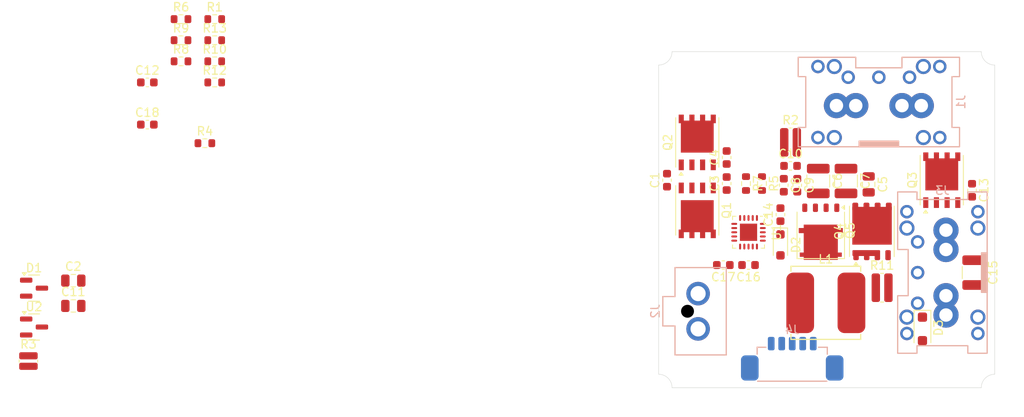
<source format=kicad_pcb>
(kicad_pcb (version 20240108) (generator "pcbnew") (generator_version "8.0")
  (layers (0 "F.Cu" signal) (1 "In1.Cu" signal) (2 "In2.Cu" signal) (31 "B.Cu" signal) (34 "B.Paste" user) (35 "F.Paste" user) (36 "B.SilkS" user "B.Silkscreen") (37 "F.SilkS" user "F.Silkscreen") (38 "B.Mask" user) (39 "F.Mask" user) (44 "Edge.Cuts" user))
  (net 0 "")
  (net 1 "Net-(D1-K)")
  (net 2 "Net-(U1-SRP)")
  (net 3 "GND")
  (net 4 "Net-(D2-K)")
  (net 5 "Net-(Q4-S)")
  (net 6 "Net-(Q1-G)")
  (net 7 "Net-(Q2-D)")
  (net 8 "/SYS_PWR")
  (net 9 "Net-(Q3-G)")
  (net 10 "/REGN")
  (net 11 "Net-(U1-VCC)")
  (net 12 "+3.3V")
  (net 13 "Net-(D3-K)")
  (net 17 "Net-(J4-Pin_2)")
  (net 18 "Net-(J4-Pin_1)")
  (net 19 "Net-(J4-Pin_3)")
  (net 20 "Net-(J4-Pin_4)")
  (net 21 "Net-(Q4-G)")
  (net 22 "Net-(Q5-G)")
  (net 23 "Net-(U1-ACDET)")
  (net 24 "Net-(U1-CMSRC)")
  (net 25 "Net-(U1-ACDRV)")
  (net 26 "Net-(U1-BATDRV)")
  (net 27 "Net-(U1-ILIM)")
  (net 28 "Net-(C1-Pad2)")
  (net 29 "Net-(C11-Pad1)")
  (net 30 "Net-(J2-Pin_2)")
  (footprint "Capacitor_SMD:C_0603_1608Metric" (layer "F.Cu") (at 146.5 95.9 -90)
    (property "Reference" "C9" (at 0 -1.43 90) (layer "F.SilkS"))
    (property "Value" "0.1µF")
    (fp_line (start -0.14058 0.51) (end 0.14058 0.51) (stroke (width 0.12)) (layer "F.SilkS"))
    (fp_line (start -0.14058 -0.51) (end 0.14058 -0.51) (stroke (width 0.12)) (layer "F.SilkS"))
    (pad "1" smd roundrect (at -0.775 0 270) (size 0.9 0.95) (layers "F.Cu" "F.Paste" "F.Mask") (net 8 "/SYS_PWR"))
    (pad "2" smd roundrect (at 0.775 0 270) (size 0.9 0.95) (layers "F.Cu" "F.Paste" "F.Mask") (net 3 "GND"))
  )
  (footprint "Capacitor_SMD:C_0603_1608Metric" (layer "F.Cu") (at 69.15 83.665)
    (property "Reference" "C12" (at 0 -1.43 0) (layer "F.SilkS"))
    (property "Value" "1µF")
    (fp_line (start -0.14058 -0.51) (end 0.14058 -0.51) (stroke (width 0.12)) (layer "F.SilkS"))
    (fp_line (start -0.14058 0.51) (end 0.14058 0.51) (stroke (width 0.12)) (layer "F.SilkS"))
    (pad "1" smd roundrect (at -0.775 0) (size 0.9 0.95) (layers "F.Cu" "F.Paste" "F.Mask") (net 10 "/REGN"))
    (pad "2" smd roundrect (at 0.775 0) (size 0.9 0.95) (layers "F.Cu" "F.Paste" "F.Mask") (net 3 "GND"))
  )
  (footprint "BW_PassiveMechanical:L_Eaton_EXL1V0703" (layer "F.Cu") (at 149.9 109.9)
    (property "Reference" "L1" (at 0 -5.2 360) (layer "F.SilkS"))
    (property "Value" "3.3µH")
    (fp_line (start -4.15 -4.35) (end -4.15 -3.75) (stroke (width 0.15)) (layer "F.SilkS"))
    (fp_line (start -4.15 -4.35) (end 4.15 -4.35) (stroke (width 0.15)) (layer "F.SilkS"))
    (fp_line (start -4.15 4.35) (end -4.15 3.75) (stroke (width 0.15)) (layer "F.SilkS"))
    (fp_line (start -4.15 4.35) (end 4.15 4.35) (stroke (width 0.15)) (layer "F.SilkS"))
    (fp_line (start 4.15 -4.35) (end 4.15 -3.75) (stroke (width 0.15)) (layer "F.SilkS"))
    (fp_line (start 4.15 4.35) (end 4.15 3.75) (stroke (width 0.15)) (layer "F.SilkS"))
    (pad "1" smd roundrect (at -3.05 0) (size 3.3 7.2) (layers "F.Cu" "F.Paste" "F.Mask") (net 5 "Net-(Q4-S)"))
    (pad "2" smd roundrect (at 3.05 0) (size 3.3 7.2) (layers "F.Cu" "F.Paste" "F.Mask") (net 2 "Net-(U1-SRP)"))
  )
  (footprint "Capacitor_SMD:C_0805_2012Metric" (layer "F.Cu") (at 60.34 107.255)
    (property "Reference" "C2" (at 0 -1.68 0) (layer "F.SilkS"))
    (property "Value" "1µF 50Vl")
    (fp_line (start -0.261252 -0.735) (end 0.261252 -0.735) (stroke (width 0.12)) (layer "F.SilkS"))
    (fp_line (start -0.261252 0.735) (end 0.261252 0.735) (stroke (width 0.12)) (layer "F.SilkS"))
    (pad "1" smd roundrect (at -0.95 0) (size 1 1.45) (layers "F.Cu" "F.Paste" "F.Mask") (net 11 "Net-(U1-VCC)"))
    (pad "2" smd roundrect (at 0.95 0) (size 1 1.45) (layers "F.Cu" "F.Paste" "F.Mask") (net 3 "GND"))
  )
  (footprint "Capacitor_SMD:C_0603_1608Metric" (layer "F.Cu") (at 140.7 105.4 180)
    (property "Reference" "C16" (at 0 -1.43 360) (layer "F.SilkS"))
    (property "Value" "0.1µF")
    (fp_line (start -0.14058 0.51) (end 0.14058 0.51) (stroke (width 0.12)) (layer "F.SilkS"))
    (fp_line (start -0.14058 -0.51) (end 0.14058 -0.51) (stroke (width 0.12)) (layer "F.SilkS"))
    (pad "1" smd roundrect (at -0.775 0 180) (size 0.9 0.95) (layers "F.Cu" "F.Paste" "F.Mask") (net 2 "Net-(U1-SRP)"))
    (pad "2" smd roundrect (at 0.775 0 180) (size 0.9 0.95) (layers "F.Cu" "F.Paste" "F.Mask") (net 13 "Net-(D3-K)"))
  )
  (footprint "Resistor_SMD:R_0612_1632Metric" (layer "F.Cu") (at 145.7 90.8)
    (property "Reference" "R2" (at 0 -2.65 0) (layer "F.SilkS"))
    (property "Value" "4mΩ 2W")
    (fp_line (start -0.182983 -1.71) (end 0.182983 -1.71) (stroke (width 0.12)) (layer "F.SilkS"))
    (fp_line (start -0.182983 1.71) (end 0.182983 1.71) (stroke (width 0.12)) (layer "F.SilkS"))
    (pad "1" smd roundrect (at -0.75 0) (size 1 3.4) (layers "F.Cu" "F.Paste" "F.Mask") (net 7 "Net-(Q2-D)"))
    (pad "2" smd roundrect (at 0.75 0) (size 1 3.4) (layers "F.Cu" "F.Paste" "F.Mask") (net 8 "/SYS_PWR"))
  )
  (footprint "Resistor_SMD:R_0603_1608Metric" (layer "F.Cu") (at 77.17 83.665)
    (property "Reference" "R12" (at 0 -1.43 0) (layer "F.SilkS"))
    (property "Value" "47kΩ")
    (fp_line (start -0.237258 -0.5225) (end 0.237258 -0.5225) (stroke (width 0.12)) (layer "F.SilkS"))
    (fp_line (start -0.237258 0.5225) (end 0.237258 0.5225) (stroke (width 0.12)) (layer "F.SilkS"))
    (pad "1" smd roundrect (at -0.825 0) (size 0.8 0.95) (layers "F.Cu" "F.Paste" "F.Mask") (net 3 "GND"))
    (pad "2" smd roundrect (at 0.825 0) (size 0.8 0.95) (layers "F.Cu" "F.Paste" "F.Mask") (net 27 "Net-(U1-ILIM)"))
  )
  (footprint "Resistor_SMD:R_0603_1608Metric" (layer "F.Cu") (at 77.17 81.155)
    (property "Reference" "R10" (at 0 -1.43 0) (layer "F.SilkS"))
    (property "Value" "82kΩ")
    (fp_line (start -0.237258 -0.5225) (end 0.237258 -0.5225) (stroke (width 0.12)) (layer "F.SilkS"))
    (fp_line (start -0.237258 0.5225) (end 0.237258 0.5225) (stroke (width 0.12)) (layer "F.SilkS"))
    (pad "1" smd roundrect (at -0.825 0) (size 0.8 0.95) (layers "F.Cu" "F.Paste" "F.Mask") (net 12 "+3.3V"))
    (pad "2" smd roundrect (at 0.825 0) (size 0.8 0.95) (layers "F.Cu" "F.Paste" "F.Mask") (net 27 "Net-(U1-ILIM)"))
  )
  (footprint "Package_SO:PowerPAK_SO-8_Single" (layer "F.Cu") (at 134.6 90.805 90)
    (property "Reference" "Q2" (at 0 -3.5 90) (layer "F.SilkS"))
    (property "Value" "SiR638DP")
    (fp_line (start -2.945 -2.57) (end 2.945 -2.57) (stroke (width 0.12)) (layer "F.SilkS"))
    (fp_line (start -2.945 2.57) (end 2.945 2.57) (stroke (width 0.12)) (layer "F.SilkS"))
    (fp_poly (pts (xy -3.575 -1.925) (xy -3.905 -2.165) (xy -3.905 -1.685) (xy -3.575 -1.925)) (stroke (width 0.12)) (fill solid) (layer "F.SilkS"))
    (pad "1" smd rect (at -2.67 -1.905 90) (size 1.27 0.61) (layers "F.Cu" "F.Paste" "F.Mask") (net 28 "Net-(C1-Pad2)"))
    (pad "2" smd rect (at -2.67 -0.635 90) (size 1.27 0.61) (layers "F.Cu" "F.Paste" "F.Mask") (net 28 "Net-(C1-Pad2)"))
    (pad "3" smd rect (at -2.67 0.635 90) (size 1.27 0.61) (layers "F.Cu" "F.Paste" "F.Mask") (net 28 "Net-(C1-Pad2)"))
    (pad "4" smd rect (at -2.67 1.905 90) (size 1.27 0.61) (layers "F.Cu" "F.Paste" "F.Mask") (net 6 "Net-(Q1-G)"))
    (pad "5" smd rect (at 0.69 0 90) (size 3.81 3.91) (layers "F.Cu" "F.Paste" "F.Mask") (net 7 "Net-(Q2-D)"))
    (pad "5" smd rect (at 2.795 -1.905 90) (size 1.02 0.61) (layers "F.Cu" "F.Paste" "F.Mask") (net 7 "Net-(Q2-D)"))
    (pad "5" smd rect (at 2.795 -0.635 90) (size 1.02 0.61) (layers "F.Cu" "F.Paste" "F.Mask") (net 7 "Net-(Q2-D)"))
    (pad "5" smd rect (at 2.795 0.635 90) (size 1.02 0.61) (layers "F.Cu" "F.Paste" "F.Mask") (net 7 "Net-(Q2-D)"))
    (pad "5" smd rect (at 2.795 1.905 90) (size 1.02 0.61) (layers "F.Cu" "F.Paste" "F.Mask") (net 7 "Net-(Q2-D)"))
  )
  (footprint "Resistor_SMD:R_0603_1608Metric" (layer "F.Cu") (at 76 90.9)
    (property "Reference" "R4" (at 0 -1.43 0) (layer "F.SilkS"))
    (property "Value" "4.02kΩ")
    (fp_line (start -0.237258 -0.5225) (end 0.237258 -0.5225) (stroke (width 0.12)) (layer "F.SilkS"))
    (fp_line (start -0.237258 0.5225) (end 0.237258 0.5225) (stroke (width 0.12)) (layer "F.SilkS"))
    (pad "1" smd roundrect (at -0.825 0) (size 0.8 0.95) (layers "F.Cu" "F.Paste" "F.Mask") (net 26 "Net-(U1-BATDRV)"))
    (pad "2" smd roundrect (at 0.825 0) (size 0.8 0.95) (layers "F.Cu" "F.Paste" "F.Mask") (net 9 "Net-(Q3-G)"))
  )
  (footprint "BW_Active:PowerPAK_SO-8L_Single_Improved" (layer "F.Cu") (at 149.3 101.3 -90)
    (property "Reference" "Q5" (at 0 -3.5 90) (layer "F.SilkS"))
    (property "Value" "SQJ868EP")
    (fp_line (start -2.2 2.825) (end 3.335 2.825) (stroke (width 0.12)) (layer "F.SilkS"))
    (fp_line (start -2.2 -2.825) (end 3.335 -2.825) (stroke (width 0.12)) (layer "F.SilkS"))
    (fp_line (start 3.335 -2.825) (end 3.335 2.825) (stroke (width 0.12)) (layer "F.SilkS"))
    (fp_poly (pts (xy -2.75 -2.5) (xy -2.51 -2.83) (xy -2.99 -2.83) (xy -2.75 -2.5)) (stroke (width 0.12)) (fill solid) (layer "F.SilkS"))
    (pad "1" smd roundrect (at -2.715 -1.905 270) (size 1 0.6) (layers "F.Cu" "F.Paste" "F.Mask") (net 3 "GND"))
    (pad "2" smd roundrect (at -2.715 -0.635 270) (size 1 0.6) (layers "F.Cu" "F.Paste" "F.Mask") (net 3 "GND"))
    (pad "3" smd roundrect (at -2.715 0.635 270) (size 1 0.6) (layers "F.Cu" "F.Paste" "F.Mask") (net 3 "GND"))
    (pad "4" smd roundrect (at -2.715 1.905 270) (size 1 0.6) (layers "F.Cu" "F.Paste" "F.Mask") (net 22 "Net-(Q5-G)"))
    (pad "5" smd rect (at 0 -2.313 270) (size 0.61 0.626) (layers "F.Cu" "F.Paste" "F.Mask") (net 5 "Net-(Q4-S)"))
    (pad "5" smd rect (at 0 2.313 270) (size 0.61 0.626) (layers "F.Cu" "F.Paste" "F.Mask") (net 5 "Net-(Q4-S)"))
    (pad "5" smd rect (at 1.39 0 270) (size 4.2 4.061) (layers "F.Cu" "F.Mask") (net 5 "Net-(Q4-S)"))
    (pad "5" smd rect (at 2.87 -2.25 270) (size 0.51 0.5) (layers "F.Cu" "F.Paste" "F.Mask") (net 5 "Net-(Q4-S)"))
    (pad "5" smd rect (at 2.87 2.25 270) (size 0.51 0.5) (layers "F.Cu" "F.Paste" "F.Mask") (net 5 "Net-(Q4-S)"))
  )
  (footprint "Capacitor_SMD:C_0805_2012Metric" (layer "F.Cu") (at 60.34 110.265)
    (property "Reference" "C11" (at 0 -1.68 0) (layer "F.SilkS"))
    (property "Value" "2.2µF 50V")
    (fp_line (start -0.261252 -0.735) (end 0.261252 -0.735) (stroke (width 0.12)) (layer "F.SilkS"))
    (fp_line (start -0.261252 0.735) (end 0.261252 0.735) (stroke (width 0.12)) (layer "F.SilkS"))
    (pad "1" smd roundrect (at -0.95 0) (size 1 1.45) (layers "F.Cu" "F.Paste" "F.Mask") (net 29 "Net-(C11-Pad1)"))
    (pad "2" smd roundrect (at 0.95 0) (size 1 1.45) (layers "F.Cu" "F.Paste" "F.Mask") (net 3 "GND"))
  )
  (footprint "Resistor_SMD:R_0603_1608Metric" (layer "F.Cu") (at 77.17 76.135)
    (property "Reference" "R1" (at 0 -1.43 0) (layer "F.SilkS"))
    (property "Value" "10Ω")
    (fp_line (start -0.237258 -0.5225) (end 0.237258 -0.5225) (stroke (width 0.12)) (layer "F.SilkS"))
    (fp_line (start -0.237258 0.5225) (end 0.237258 0.5225) (stroke (width 0.12)) (layer "F.SilkS"))
    (pad "1" smd roundrect (at -0.825 0) (size 0.8 0.95) (layers "F.Cu" "F.Paste" "F.Mask") (net 1 "Net-(D1-K)"))
    (pad "2" smd roundrect (at 0.825 0) (size 0.8 0.95) (layers "F.Cu" "F.Paste" "F.Mask") (net 11 "Net-(U1-VCC)"))
  )
  (footprint "BW_Active:VQFN-20-1EP_3.5x3.5mm_P0.5mm_EP2.05x2.05mm" (layer "F.Cu") (at 140.7 101.5 -90)
    (property "Reference" "U1" (at 0 -3.35 90) (layer "F.SilkS"))
    (property "Value" "BQ24735")
    (fp_line (start -1.9 1.9) (end -1.9 1.5) (stroke (width 0.12)) (layer "F.SilkS"))
    (fp_line (start -1.5 1.9) (end -1.9 1.9) (stroke (width 0.12)) (layer "F.SilkS"))
    (fp_line (start 1.5 1.9) (end 1.9 1.9) (stroke (width 0.12)) (layer "F.SilkS"))
    (fp_line (start 1.9 1.9) (end 1.9 1.5) (stroke (width 0.12)) (layer "F.SilkS"))
    (fp_line (start -1.9 -1.4) (end -1.9 -1.65) (stroke (width 0.12)) (layer "F.SilkS"))
    (fp_line (start -1.4 -1.9) (end -1.6 -1.9) (stroke (width 0.12)) (layer "F.SilkS"))
    (fp_line (start 1.5 -1.9) (end 1.9 -1.9) (stroke (width 0.12)) (layer "F.SilkS"))
    (fp_line (start 1.9 -1.9) (end 1.9 -1.5) (stroke (width 0.12)) (layer "F.SilkS"))
    (fp_poly (pts (xy -1.9 -1.9) (xy -2.14 -2.23) (xy -1.66 -2.23) (xy -1.9 -1.9)) (stroke (width 0.12)) (fill solid) (layer "F.SilkS"))
    (pad "1" smd oval (at -1.7 -1) (size 0.24 0.7) (layers "F.Cu" "F.Paste" "F.Mask") (net 8 "/SYS_PWR"))
    (pad "2" smd oval (at -1.7 -0.5) (size 0.24 0.7) (layers "F.Cu" "F.Paste" "F.Mask") (net 7 "Net-(Q2-D)"))
    (pad "3" smd oval (at -1.7 0) (size 0.24 0.7) (layers "F.Cu" "F.Paste" "F.Mask") (net 24 "Net-(U1-CMSRC)"))
    (pad "4" smd oval (at -1.7 0.5) (size 0.24 0.7) (layers "F.Cu" "F.Paste" "F.Mask") (net 25 "Net-(U1-ACDRV)"))
    (pad "5" smd oval (at -1.7 1) (size 0.24 0.7) (layers "F.Cu" "F.Paste" "F.Mask") (net 19 "Net-(J4-Pin_3)"))
    (pad "6" smd oval (at -1 1.7 270) (size 0.24 0.7) (layers "F.Cu" "F.Paste" "F.Mask") (net 23 "Net-(U1-ACDET)"))
    (pad "7" smd oval (at -0.5 1.7 270) (size 0.24 0.7) (layers "F.Cu" "F.Paste" "F.Mask") (net 20 "Net-(J4-Pin_4)"))
    (pad "8" smd oval (at 0 1.7 270) (size 0.24 0.7) (layers "F.Cu" "F.Paste" "F.Mask") (net 17 "Net-(J4-Pin_2)"))
    (pad "9" smd oval (at 0.5 1.7 270) (size 0.24 0.7) (layers "F.Cu" "F.Paste" "F.Mask") (net 18 "Net-(J4-Pin_1)"))
    (pad "10" smd oval (at 1 1.7 270) (size 0.24 0.7) (layers "F.Cu" "F.Paste" "F.Mask") (net 27 "Net-(U1-ILIM)"))
    (pad "11" smd oval (at 1.7 1) (size 0.24 0.7) (layers "F.Cu" "F.Paste" "F.Mask") (net 26 "Net-(U1-BATDRV)"))
    (pad "12" smd oval (at 1.7 0.5) (size 0.24 0.7) (layers "F.Cu" "F.Paste" "F.Mask") (net 13 "Net-(D3-K)"))
    (pad "13" smd oval (at 1.7 0) (size 0.24 0.7) (layers "F.Cu" "F.Paste" "F.Mask") (net 2 "Net-(U1-SRP)"))
    (pad "14" smd oval (at 1.7 -0.5) (size 0.24 0.7) (layers "F.Cu" "F.Paste" "F.Mask") (net 3 "GND"))
    (pad "15" smd oval (at 1.7 -1) (size 0.24 0.7) (layers "F.Cu" "F.Paste" "F.Mask") (net 22 "Net-(Q5-G)"))
    (pad "16" smd oval (at 1 -1.7 270) (size 0.24 0.7) (layers "F.Cu" "F.Paste" "F.Mask") (net 10 "/REGN"))
    (pad "17" smd oval (at 0.5 -1.7 270) (size 0.24 0.7) (layers "F.Cu" "F.Paste" "F.Mask") (net 4 "Net-(D2-K)"))
    (pad "18" smd oval (at 0 -1.7 270) (size 0.24 0.7) (layers "F.Cu" "F.Paste" "F.Mask") (net 21 "Net-(Q4-G)"))
    (pad "19" smd oval (at -0.5 -1.7 270) (size 0.24 0.7) (layers "F.Cu" "F.Paste" "F.Mask") (net 5 "Net-(Q4-S)"))
    (pad "20" smd oval (at -1 -1.7 270) (size 0.24 0.7) (layers "F.Cu" "F.Paste" "F.Mask") (net 11 "Net-(U1-VCC)"))
    (pad "21" smd rect (at 0 0 270) (size 2.049999 2.049999) (layers "F.Cu" "F.Mask") (net 3 "GND"))
  )
  (footprint "Capacitor_SMD:C_1210_3225Metric" (layer "F.Cu") (at 167.5 106.3 -90)
    (property "Reference" "C15" (at 0 -2.3 90) (layer "F.SilkS"))
    (property "Value" "22µF 25V x2")
    (fp_line (start -0.711252 1.36) (end 0.711252 1.36) (stroke (width 0.12)) (layer "F.SilkS"))
    (fp_line (start -0.711252 -1.36) (end 0.711252 -1.36) (stroke (width 0.12)) (layer "F.SilkS"))
    (pad "1" smd roundrect (at -1.475 0 270) (size 1.15 2.7) (layers "F.Cu" "F.Paste" "F.Mask") (roundrect_rratio 0.217391) (net 13 "Net-(D3-K)"))
    (pad "2" smd roundrect (at 1.475 0 270) (size 1.15 2.7) (layers "F.Cu" "F.Paste" "F.Mask") (roundrect_rratio 0.217391) (net 3 "GND"))
  )
  (footprint "Resistor_SMD:R_0603_1608Metric" (layer "F.Cu") (at 73.16 78.645)
    (property "Reference" "R9" (at 0 -1.43 0) (layer "F.SilkS"))
    (property "Value" "40.2kΩ")
    (fp_line (start -0.237258 -0.5225) (end 0.237258 -0.5225) (stroke (width 0.12)) (layer "F.SilkS"))
    (fp_line (start -0.237258 0.5225) (end 0.237258 0.5225) (stroke (width 0.12)) (layer "F.SilkS"))
    (pad "1" smd roundrect (at -0.825 0) (size 0.8 0.95) (layers "F.Cu" "F.Paste" "F.Mask") (net 23 "Net-(U1-ACDET)"))
    (pad "2" smd roundrect (at 0.825 0) (size 0.8 0.95) (layers "F.Cu" "F.Paste" "F.Mask") (net 3 "GND"))
  )
  (footprint "Capacitor_SMD:C_0603_1608Metric" (layer "F.Cu") (at 144.9 95.9 -90)
    (property "Reference" "C8" (at 0 -1.43 90) (layer "F.SilkS"))
    (property "Value" "0.1µF")
    (fp_line (start -0.14058 0.51) (end 0.14058 0.51) (stroke (width 0.12)) (layer "F.SilkS"))
    (fp_line (start -0.14058 -0.51) (end 0.14058 -0.51) (stroke (width 0.12)) (layer "F.SilkS"))
    (pad "1" smd roundrect (at -0.775 0 270) (size 0.9 0.95) (layers "F.Cu" "F.Paste" "F.Mask") (net 7 "Net-(Q2-D)"))
    (pad "2" smd roundrect (at 0.775 0 270) (size 0.9 0.95) (layers "F.Cu" "F.Paste" "F.Mask") (net 3 "GND"))
  )
  (footprint "Resistor_SMD:R_0603_1608Metric" (layer "F.Cu") (at 142.3 95.7 -90)
    (property "Reference" "R5" (at 0 -1.43 90) (layer "F.SilkS"))
    (property "Value" "4.02kΩ")
    (fp_line (start -0.237258 0.5225) (end 0.237258 0.5225) (stroke (width 0.12)) (layer "F.SilkS"))
    (fp_line (start -0.237258 -0.5225) (end 0.237258 -0.5225) (stroke (width 0.12)) (layer "F.SilkS"))
    (pad "1" smd roundrect (at -0.825 0 270) (size 0.8 0.95) (layers "F.Cu" "F.Paste" "F.Mask") (net 28 "Net-(C1-Pad2)"))
    (pad "2" smd roundrect (at 0.825 0 270) (size 0.8 0.95) (layers "F.Cu" "F.Paste" "F.Mask") (net 24 "Net-(U1-CMSRC)"))
  )
  (footprint "Capacitor_SMD:C_0603_1608Metric" (layer "F.Cu") (at 144.5 99.4 90)
    (property "Reference" "C14" (at 0 -1.43 90) (layer "F.SilkS"))
    (property "Value" "47nF")
    (fp_line (start -0.14058 -0.51) (end 0.14058 -0.51) (stroke (width 0.12)) (layer "F.SilkS"))
    (fp_line (start -0.14058 0.51) (end 0.14058 0.51) (stroke (width 0.12)) (layer "F.SilkS"))
    (pad "1" smd roundrect (at -0.775 0 90) (size 0.9 0.95) (layers "F.Cu" "F.Paste" "F.Mask") (net 4 "Net-(D2-K)"))
    (pad "2" smd roundrect (at 0.775 0 90) (size 0.9 0.95) (layers "F.Cu" "F.Paste" "F.Mask") (net 5 "Net-(Q4-S)"))
  )
  (footprint "Resistor_SMD:R_0612_1632Metric" (layer "F.Cu") (at 156.6 108.1)
    (property "Reference" "R11" (at 0 -2.65 0) (layer "F.SilkS"))
    (property "Value" "10mΩ 1.5W")
    (fp_line (start -0.182983 -1.71) (end 0.182983 -1.71) (stroke (width 0.12)) (layer "F.SilkS"))
    (fp_line (start -0.182983 1.71) (end 0.182983 1.71) (stroke (width 0.12)) (layer "F.SilkS"))
    (pad "1" smd roundrect (at -0.75 0) (size 1 3.4) (layers "F.Cu" "F.Paste" "F.Mask") (net 2 "Net-(U1-SRP)"))
    (pad "2" smd roundrect (at 0.75 0) (size 1 3.4) (layers "F.Cu" "F.Paste" "F.Mask") (net 13 "Net-(D3-K)"))
  )
  (footprint "Capacitor_SMD:C_0805_2012Metric" (layer "F.Cu") (at 155 95.8 -90)
    (property "Reference" "C5" (at 0 -1.68 90) (layer "F.SilkS"))
    (property "Value" "1µF 50Vl")
    (fp_line (start -0.261252 0.735) (end 0.261252 0.735) (stroke (width 0.12)) (layer "F.SilkS"))
    (fp_line (start -0.261252 -0.735) (end 0.261252 -0.735) (stroke (width 0.12)) (layer "F.SilkS"))
    (pad "1" smd roundrect (at -0.95 0 270) (size 1 1.45) (layers "F.Cu" "F.Paste" "F.Mask") (net 8 "/SYS_PWR"))
    (pad "2" smd roundrect (at 0.95 0 270) (size 1 1.45) (layers "F.Cu" "F.Paste" "F.Mask") (net 3 "GND"))
  )
  (footprint "BW_Active:Infineon_PG-TDSON-8FL_6.15x5.15mm" (layer "F.Cu") (at 155.4 101.4 90)
    (property "Reference" "Q4" (at 0 -3.9 90) (layer "F.SilkS"))
    (property "Value" "BSC059N04LS6")
    (fp_line (start 3.005 -2.685) (end -2.995 -2.685) (stroke (width 0.12)) (layer "F.SilkS"))
    (fp_line (start 3.005 2.64) (end -2.995 2.64) (stroke (width 0.12)) (layer "F.SilkS"))
    (fp_poly (pts (xy -3.681827 -1.91) (xy -4.011827 -1.67) (xy -4.011827 -2.15) (xy -3.681827 -1.91)) (stroke (width 0.12)) (fill solid) (layer "F.SilkS"))
    (pad "1" smd custom (at -2.825 -0.635 90) (size 0.65 0.65) (layers "F.Cu" "F.Paste" "F.Mask") (net 5 "Net-(Q4-S)") (options (clearance outline) (anchor circle)) (primitives (gr_rect (start 0 -1.595) (end 0.5 1.495) (width 0.2) (fill yes)) (gr_poly (pts (xy -0.6 1.1075) (xy -0.58763 1.045314) (xy -0.552405 0.992595) (xy -0.499686 0.95737) (xy -0.4375 0.945) (xy 0.4375 0.945) (xy 0.499686 0.95737) (xy 0.552405 0.992595) (xy 0.58763 1.045314) (xy 0.6 1.1075) (xy 0.6 1.4325) (xy 0.58763 1.494686) (xy 0.552405 1.547405) (xy 0.499686 1.58263) (xy 0.4375 1.595) (xy -0.4375 1.595) (xy -0.499686 1.58263) (xy -0.552405 1.547405) (xy -0.58763 1.494686) (xy -0.6 1.4325)) (width 0) (fill yes)) (gr_poly (pts (xy -0.6 -1.4325) (xy -0.58763 -1.494686) (xy -0.552405 -1.547405) (xy -0.499686 -1.58263) (xy -0.4375 -1.595) (xy 0.4375 -1.595) (xy 0.499686 -1.58263) (xy 0.552405 -1.547405) (xy 0.58763 -1.494686) (xy 0.6 -1.4325) (xy 0.6 -1.1075) (xy 0.58763 -1.045314) (xy 0.552405 -0.992595) (xy 0.499686 -0.95737) (xy 0.4375 -0.945) (xy -0.4375 -0.945) (xy -0.499686 -0.95737) (xy -0.552405 -0.992595) (xy -0.58763 -1.045314) (xy -0.6 -1.1075)) (width 0) (fill yes)) (gr_poly (pts (xy -0.6 -0.1625) (xy -0.58763 -0.224686) (xy -0.552405 -0.277405) (xy -0.499686 -0.31263) (xy -0.4375 -0.325) (xy 0.4375 -0.325) (xy 0.499686 -0.31263) (xy 0.552405 -0.277405) (xy 0.58763 -0.224686) (xy 0.6 -0.1625) (xy 0.6 0.1625) (xy 0.58763 0.224686) (xy 0.552405 0.277405) (xy 0.499686 0.31263) (xy 0.4375 0.325) (xy -0.4375 0.325) (xy -0.499686 0.31263) (xy -0.552405 0.277405) (xy -0.58763 0.224686) (xy -0.6 0.1625)) (width 0) (fill yes))))
    (pad "2" smd roundrect (at -2.825 1.905 90) (size 1.2 0.65) (layers "F.Cu" "F.Paste" "F.Mask") (net 21 "Net-(Q4-G)"))
    (pad "3" smd rect (at 0.675 0 90) (size 4.5 4.7) (layers "F.Cu" "F.Mask") (net 8 "/SYS_PWR"))
    (pad "3" smd roundrect (at 2.925 -1.995 90) (size 1 0.7) (layers "F.Cu" "F.Paste" "F.Mask") (net 8 "/SYS_PWR"))
    (pad "3" smd roundrect (at 2.925 -0.665 90) (size 1 0.7) (layers "F.Cu" "F.Paste" "F.Mask") (net 8 "/SYS_PWR"))
    (pad "3" smd roundrect (at 2.925 0.665 90) (size 1 0.7) (layers "F.Cu" "F.Paste" "F.Mask") (net 8 "/SYS_PWR"))
    (pad "3" smd roundrect (at 2.925 1.995 90) (size 1 0.7) (layers "F.Cu" "F.Paste" "F.Mask") (net 8 "/SYS_PWR"))
  )
  (footprint "Capacitor_SMD:C_1210_3225Metric" (layer "F.Cu") (at 149 95.4 -90)
    (property "Reference" "C6" (at 0 -2.3 90) (layer "F.SilkS"))
    (property "Value" "10µF 35Vl x2")
    (fp_line (start -0.711252 1.36) (end 0.711252 1.36) (stroke (width 0.12)) (layer "F.SilkS"))
    (fp_line (start -0.711252 -1.36) (end 0.711252 -1.36) (stroke (width 0.12)) (layer "F.SilkS"))
    (pad "1" smd roundrect (at -1.475 0 270) (size 1.15 2.7) (layers "F.Cu" "F.Paste" "F.Mask") (roundrect_rratio 0.217391) (net 8 "/SYS_PWR"))
    (pad "2" smd roundrect (at 1.475 0 270) (size 1.15 2.7) (layers "F.Cu" "F.Paste" "F.Mask") (roundrect_rratio 0.217391) (net 3 "GND"))
  )
  (footprint "Capacitor_SMD:C_0603_1608Metric" (layer "F.Cu") (at 69.15 88.685)
    (property "Reference" "C18" (at 0 -1.43 0) (layer "F.SilkS"))
    (property "Value" "0.1µF")
    (fp_line (start -0.14058 -0.51) (end 0.14058 -0.51) (stroke (width 0.12)) (layer "F.SilkS"))
    (fp_line (start -0.14058 0.51) (end 0.14058 0.51) (stroke (width 0.12)) (layer "F.SilkS"))
    (pad "1" smd roundrect (at -0.775 0) (size 0.9 0.95) (layers "F.Cu" "F.Paste" "F.Mask") (net 12 "+3.3V"))
    (pad "2" smd roundrect (at 0.775 0) (size 0.9 0.95) (layers "F.Cu" "F.Paste" "F.Mask") (net 3 "GND"))
  )
  (footprint "Capacitor_SMD:C_0603_1608Metric" (layer "F.Cu") (at 137.7 105.4 180)
    (property "Reference" "C17" (at 0 -1.43 360) (layer "F.SilkS"))
    (property "Value" "0.1µF")
    (fp_line (start -0.14058 0.51) (end 0.14058 0.51) (stroke (width 0.12)) (layer "F.SilkS"))
    (fp_line (start -0.14058 -0.51) (end 0.14058 -0.51) (stroke (width 0.12)) (layer "F.SilkS"))
    (pad "1" smd roundrect (at -0.775 0 180) (size 0.9 0.95) (layers "F.Cu" "F.Paste" "F.Mask") (net 13 "Net-(D3-K)"))
    (pad "2" smd roundrect (at 0.775 0 180) (size 0.9 0.95) (layers "F.Cu" "F.Paste" "F.Mask") (net 3 "GND"))
  )
  (footprint "Diode_SMD:D_SOD-323_HandSoldering" (layer "F.Cu") (at 144.5 103 -90)
    (property "Reference" "D2" (at 0 -1.85 90) (layer "F.SilkS"))
    (property "Value" "SS0840WS")
    (fp_line (start -2.01 0.85) (end 1.25 0.85) (stroke (width 0.12)) (layer "F.SilkS"))
    (fp_line (start -2.01 -0.85) (end -2.01 0.85) (stroke (width 0.12)) (layer "F.SilkS"))
    (fp_line (start -2.01 -0.85) (end 1.25 -0.85) (stroke (width 0.12)) (layer "F.SilkS"))
    (pad "1" smd roundrect (at -1.25 0 270) (size 1 1) (layers "F.Cu" "F.Paste" "F.Mask") (net 4 "Net-(D2-K)"))
    (pad "2" smd roundrect (at 1.25 0 270) (size 1 1) (layers "F.Cu" "F.Paste" "F.Mask") (net 10 "/REGN"))
  )
  (footprint "Diode_SMD:D_SOD-123F" (layer "F.Cu") (at 161.4 113 -90)
    (property "Reference" "D3" (at -0.127 -1.905 90) (layer "F.SilkS"))
    (property "Value" "SL1M")
    (fp_line (start -2.21 1) (end 1.65 1) (stroke (width 0.12)) (layer "F.SilkS"))
    (fp_line (start -2.21 -1) (end -2.21 1) (stroke (width 0.12)) (layer "F.SilkS"))
    (fp_line (start -2.21 -1) (end 1.65 -1) (stroke (width 0.12)) (layer "F.SilkS"))
    (pad "1" smd roundrect (at -1.4 0 270) (size 1.1 1.1) (layers "F.Cu" "F.Paste" "F.Mask") (roundrect_rratio 0.2272727273) (net 13 "Net-(D3-K)"))
    (pad "2" smd roundrect (at 1.4 0 270) (size 1.1 1.1) (layers "F.Cu" "F.Paste" "F.Mask") (roundrect_rratio 0.2272727273) (net 3 "GND"))
  )
  (footprint "Capacitor_SMD:C_0603_1608Metric" (layer "F.Cu") (at 138.1 92.6 90)
    (property "Reference" "C4" (at 0 -1.43 90) (layer "F.SilkS"))
    (property "Value" "0.1µF")
    (fp_line (start -0.14058 -0.51) (end 0.14058 -0.51) (stroke (width 0.12)) (layer "F.SilkS"))
    (fp_line (start -0.14058 0.51) (end 0.14058 0.51) (stroke (width 0.12)) (layer "F.SilkS"))
    (pad "1" smd roundrect (at -0.775 0 90) (size 0.9 0.95) (layers "F.Cu" "F.Paste" "F.Mask") (net 28 "Net-(C1-Pad2)"))
    (pad "2" smd roundrect (at 0.775 0 90) (size 0.9 0.95) (layers "F.Cu" "F.Paste" "F.Mask") (net 6 "Net-(Q1-G)"))
  )
  (footprint "Capacitor_SMD:C_0603_1608Metric" (layer "F.Cu") (at 131 95.3 90)
    (property "Reference" "C1" (at 0 -1.43 90) (layer "F.SilkS"))
    (property "Value" "10nF")
    (fp_line (start -0.14058 -0.51) (end 0.14058 -0.51) (stroke (width 0.12)) (layer "F.SilkS"))
    (fp_line (start -0.14058 0.51) (end 0.14058 0.51) (stroke (width 0.12)) (layer "F.SilkS"))
    (pad "1" smd roundrect (at -0.775 0 90) (size 0.9 0.95) (layers "F.Cu" "F.Paste" "F.Mask") (net 30 "Net-(J2-Pin_2)"))
    (pad "2" smd roundrect (at 0.775 0 90) (size 0.9 0.95) (layers "F.Cu" "F.Paste" "F.Mask") (net 28 "Net-(C1-Pad2)"))
  )
  (footprint "Capacitor_SMD:C_0603_1608Metric" (layer "F.Cu") (at 167.3 96.5 -90)
    (property "Reference" "C13" (at 0 -1.43 90) (layer "F.SilkS"))
    (property "Value" "10nF")
    (fp_line (start -0.14058 0.51) (end 0.14058 0.51) (stroke (width 0.12)) (layer "F.SilkS"))
    (fp_line (start -0.14058 -0.51) (end 0.14058 -0.51) (stroke (width 0.12)) (layer "F.SilkS"))
    (pad "1" smd roundrect (at -0.775 0 270) (size 0.9 0.95) (layers "F.Cu" "F.Paste" "F.Mask") (net 9 "Net-(Q3-G)"))
    (pad "2" smd roundrect (at 0.775 0 270) (size 0.9 0.95) (layers "F.Cu" "F.Paste" "F.Mask") (net 13 "Net-(D3-K)"))
  )
  (footprint "Resistor_SMD:R_0603_1608Metric" (layer "F.Cu") (at 73.16 81.155)
    (property "Reference" "R8" (at 0 -1.43 0) (layer "F.SilkS"))
    (property "Value" "432kΩ")
    (fp_line (start -0.237258 -0.5225) (end 0.237258 -0.5225) (stroke (width 0.12)) (layer "F.SilkS"))
    (fp_line (start -0.237258 0.5225) (end 0.237258 0.5225) (stroke (width 0.12)) (layer "F.SilkS"))
    (pad "1" smd roundrect (at -0.825 0) (size 0.8 0.95) (layers "F.Cu" "F.Paste" "F.Mask") (net 12 "+3.3V"))
    (pad "2" smd roundrect (at 0.825 0) (size 0.8 0.95) (layers "F.Cu" "F.Paste" "F.Mask") (net 23 "Net-(U1-ACDET)"))
  )
  (footprint "Resistor_SMD:R_0603_1608Metric" (layer "F.Cu") (at 77.17 78.645)
    (property "Reference" "R13" (at 0 -1.43 0) (layer "F.SilkS"))
    (property "Value" "10kΩ")
    (fp_line (start -0.237258 -0.5225) (end 0.237258 -0.5225) (stroke (width 0.12)) (layer "F.SilkS"))
    (fp_line (start -0.237258 0.5225) (end 0.237258 0.5225) (stroke (width 0.12)) (layer "F.SilkS"))
    (pad "1" smd roundrect (at -0.825 0) (size 0.8 0.95) (layers "F.Cu" "F.Paste" "F.Mask") (net 12 "+3.3V"))
    (pad "2" smd roundrect (at 0.825 0) (size 0.8 0.95) (layers "F.Cu" "F.Paste" "F.Mask") (net 19 "Net-(J4-Pin_3)"))
  )
  (footprint "BW_PassiveMechanical:R_0508_1220Metric" (layer "F.Cu") (at 55 116.825)
    (property "Reference" "R3" (at 0 -2 0) (layer "F.SilkS"))
    (property "Value" "2Ω 1W")
    (fp_line (start -1.1 0.15) (end -1.1 -0.15) (stroke (width 0.12)) (layer "F.SilkS"))
    (fp_line (start 1.1 0.15) (end 1.1 -0.15) (stroke (width 0.12)) (layer "F.SilkS"))
    (pad "1" smd roundrect (at 0 -0.625) (size 2.2 0.85) (layers "F.Cu" "F.Paste" "F.Mask") (roundrect_rratio 0.243902) (net 30 "Net-(J2-Pin_2)"))
    (pad "2" smd roundrect (at 0 0.625) (size 2.2 0.85) (layers "F.Cu" "F.Paste" "F.Mask") (roundrect_rratio 0.243902) (net 29 "Net-(C11-Pad1)"))
  )
  (footprint "Capacitor_SMD:C_0603_1608Metric" (layer "F.Cu") (at 138.1 95.7 90)
    (property "Reference" "C3" (at 0 -1.43 90) (layer "F.SilkS"))
    (property "Value" "2.2nF")
    (fp_line (start -0.14058 -0.51) (end 0.14058 -0.51) (stroke (width 0.12)) (layer "F.SilkS"))
    (fp_line (start -0.14058 0.51) (end 0.14058 0.51) (stroke (width 0.12)) (layer "F.SilkS"))
    (pad "1" smd roundrect (at -0.775 0 90) (size 0.9 0.95) (layers "F.Cu" "F.Paste" "F.Mask") (net 30 "Net-(J2-Pin_2)"))
    (pad "2" smd roundrect (at 0.775 0 90) (size 0.9 0.95) (layers "F.Cu" "F.Paste" "F.Mask") (net 6 "Net-(Q1-G)"))
  )
  (footprint "Package_TO_SOT_SMD:SOT-23" (layer "F.Cu") (at 55.67 112.775)
    (property "Reference" "U2" (at 0 -2.4 0) (layer "F.SilkS"))
    (property "Value" "NCP51460")
    (fp_line (start 0 -1.56) (end -0.65 -1.56) (stroke (width 0.12)) (layer "F.SilkS"))
    (fp_line (start 0 -1.56) (end 0.65 -1.56) (stroke (width 0.12)) (layer "F.SilkS"))
    (fp_line (start 0 1.56) (end -0.65 1.56) (stroke (width 0.12)) (layer "F.SilkS"))
    (fp_line (start 0 1.56) (end 0.65 1.56) (stroke (width 0.12)) (layer "F.SilkS"))
    (fp_poly (pts (xy -1.1625 -1.51) (xy -1.4025 -1.84) (xy -0.9225 -1.84) (xy -1.1625 -1.51)) (stroke (width 0.12)) (fill solid) (layer "F.SilkS"))
    (pad "1" smd roundrect (at -0.9375 -0.95) (size 1.475 0.6) (layers "F.Cu" "F.Paste" "F.Mask") (net 8 "/SYS_PWR"))
    (pad "2" smd roundrect (at -0.9375 0.95) (size 1.475 0.6) (layers "F.Cu" "F.Paste" "F.Mask") (net 12 "+3.3V"))
    (pad "3" smd roundrect (at 0.9375 0) (size 1.475 0.6) (layers "F.Cu" "F.Paste" "F.Mask") (net 3 "GND"))
  )
  (footprint "Package_TO_SOT_SMD:SOT-23" (layer "F.Cu") (at 55.67 108.15)
    (property "Reference" "D1" (at 0 -2.4 0) (layer "F.SilkS"))
    (property "Value" "BAS40-05")
    (fp_line (start 0 -1.56) (end -0.65 -1.56) (stroke (width 0.12)) (layer "F.SilkS"))
    (fp_line (start 0 -1.56) (end 0.65 -1.56) (stroke (width 0.12)) (layer "F.SilkS"))
    (fp_line (start 0 1.56) (end -0.65 1.56) (stroke (width 0.12)) (layer "F.SilkS"))
    (fp_line (start 0 1.56) (end 0.65 1.56) (stroke (width 0.12)) (layer "F.SilkS"))
    (fp_poly (pts (xy -1.1625 -1.51) (xy -1.4025 -1.84) (xy -0.9225 -1.84) (xy -1.1625 -1.51)) (stroke (width 0.12)) (fill solid) (layer "F.SilkS"))
    (pad "1" smd roundrect (at -0.9375 -0.95) (size 1.475 0.6) (layers "F.Cu" "F.Paste" "F.Mask") (net 30 "Net-(J2-Pin_2)"))
    (pad "2" smd roundrect (at -0.9375 0.95) (size 1.475 0.6) (layers "F.Cu" "F.Paste" "F.Mask") (net 13 "Net-(D3-K)"))
    (pad "3" smd roundrect (at 0.9375 0) (size 1.475 0.6) (layers "F.Cu" "F.Paste" "F.Mask") (net 1 "Net-(D1-K)"))
  )
  (footprint "Resistor_SMD:R_0603_1608Metric" (layer "F.Cu") (at 73.16 76.135)
    (property "Reference" "R6" (at 0 -1.43 0) (layer "F.SilkS"))
    (property "Value" "287kΩ")
    (fp_line (start -0.237258 -0.5225) (end 0.237258 -0.5225) (stroke (width 0.12)) (layer "F.SilkS"))
    (fp_line (start -0.237258 0.5225) (end 0.237258 0.5225) (stroke (width 0.12)) (layer "F.SilkS"))
    (pad "1" smd roundrect (at -0.825 0) (size 0.8 0.95) (layers "F.Cu" "F.Paste" "F.Mask") (net 30 "Net-(J2-Pin_2)"))
    (pad "2" smd roundrect (at 0.825 0) (size 0.8 0.95) (layers "F.Cu" "F.Paste" "F.Mask") (net 23 "Net-(U1-ACDET)"))
  )
  (footprint "Package_SO:PowerPAK_SO-8_Single" (layer "F.Cu") (at 134.6 98.895 -90)
    (property "Reference" "Q1" (at 0 -3.5 90) (layer "F.SilkS"))
    (property "Value" "SiR638DP")
    (fp_line (start -2.945 2.57) (end 2.945 2.57) (stroke (width 0.12)) (layer "F.SilkS"))
    (fp_line (start -2.945 -2.57) (end 2.945 -2.57) (stroke (width 0.12)) (layer "F.SilkS"))
    (fp_poly (pts (xy -3.575 -1.925) (xy -3.905 -2.165) (xy -3.905 -1.685) (xy -3.575 -1.925)) (stroke (width 0.12)) (fill solid) (layer "F.SilkS"))
    (pad "1" smd rect (at -2.67 -1.905 270) (size 1.27 0.61) (layers "F.Cu" "F.Paste" "F.Mask") (net 28 "Net-(C1-Pad2)"))
    (pad "2" smd rect (at -2.67 -0.635 270) (size 1.27 0.61) (layers "F.Cu" "F.Paste" "F.Mask") (net 28 "Net-(C1-Pad2)"))
    (pad "3" smd rect (at -2.67 0.635 270) (size 1.27 0.61) (layers "F.Cu" "F.Paste" "F.Mask") (net 28 "Net-(C1-Pad2)"))
    (pad "4" smd rect (at -2.67 1.905 270) (size 1.27 0.61) (layers "F.Cu" "F.Paste" "F.Mask") (net 6 "Net-(Q1-G)"))
    (pad "5" smd rect (at 0.69 0 270) (size 3.81 3.91) (layers "F.Cu" "F.Paste" "F.Mask") (net 30 "Net-(J2-Pin_2)"))
    (pad "5" smd rect (at 2.795 -1.905 270) (size 1.02 0.61) (layers "F.Cu" "F.Paste" "F.Mask") (net 30 "Net-(J2-Pin_2)"))
    (pad "5" smd rect (at 2.795 -0.635 270) (size 1.02 0.61) (layers "F.Cu" "F.Paste" "F.Mask") (net 30 "Net-(J2-Pin_2)"))
    (pad "5" smd rect (at 2.795 0.635 270) (size 1.02 0.61) (layers "F.Cu" "F.Paste" "F.Mask") (net 30 "Net-(J2-Pin_2)"))
    (pad "5" smd rect (at 2.795 1.905 270) (size 1.02 0.61) (layers "F.Cu" "F.Paste" "F.Mask") (net 30 "Net-(J2-Pin_2)"))
  )
  (footprint "Resistor_SMD:R_0603_1608Metric" (layer "F.Cu") (at 140.4 95.7 -90)
    (property "Reference" "R7" (at 0 -1.43 90) (layer "F.SilkS"))
    (property "Value" "4.02kΩ")
    (fp_line (start -0.237258 0.5225) (end 0.237258 0.5225) (stroke (width 0.12)) (layer "F.SilkS"))
    (fp_line (start -0.237258 -0.5225) (end 0.237258 -0.5225) (stroke (width 0.12)) (layer "F.SilkS"))
    (pad "1" smd roundrect (at -0.825 0 270) (size 0.8 0.95) (layers "F.Cu" "F.Paste" "F.Mask") (net 6 "Net-(Q1-G)"))
    (pad "2" smd roundrect (at 0.825 0 270) (size 0.8 0.95) (layers "F.Cu" "F.Paste" "F.Mask") (net 25 "Net-(U1-ACDRV)"))
  )
  (footprint "Capacitor_SMD:C_0603_1608Metric" (layer "F.Cu") (at 145.7 93.6)
    (property "Reference" "C10" (at 0 -1.43 0) (layer "F.SilkS"))
    (property "Value" "0.1µF")
    (fp_line (start -0.14058 -0.51) (end 0.14058 -0.51) (stroke (width 0.12)) (layer "F.SilkS"))
    (fp_line (start -0.14058 0.51) (end 0.14058 0.51) (stroke (width 0.12)) (layer "F.SilkS"))
    (pad "1" smd roundrect (at -0.775 0) (size 0.9 0.95) (layers "F.Cu" "F.Paste" "F.Mask") (net 7 "Net-(Q2-D)"))
    (pad "2" smd roundrect (at 0.775 0) (size 0.9 0.95) (layers "F.Cu" "F.Paste" "F.Mask") (net 8 "/SYS_PWR"))
  )
  (footprint "Package_SO:PowerPAK_SO-8_Single" (layer "F.Cu") (at 163.7 95.3 90)
    (property "Reference" "Q3" (at 0 -3.5 90) (layer "F.SilkS"))
    (property "Value" "SiR500DP")
    (fp_line (start -2.945 -2.57) (end 2.945 -2.57) (stroke (width 0.12)) (layer "F.SilkS"))
    (fp_line (start -2.945 2.57) (end 2.945 2.57) (stroke (width 0.12)) (layer "F.SilkS"))
    (fp_poly (pts (xy -3.575 -1.925) (xy -3.905 -2.165) (xy -3.905 -1.685) (xy -3.575 -1.925)) (stroke (width 0.12)) (fill solid) (layer "F.SilkS"))
    (pad "1" smd rect (at -2.67 -1.905 90) (size 1.27 0.61) (layers "F.Cu" "F.Paste" "F.Mask") (net 13 "Net-(D3-K)"))
    (pad "2" smd rect (at -2.67 -0.635 90) (size 1.27 0.61) (layers "F.Cu" "F.Paste" "F.Mask") (net 13 "Net-(D3-K)"))
    (pad "3" smd rect (at -2.67 0.635 90) (size 1.27 0.61) (layers "F.Cu" "F.Paste" "F.Mask") (net 13 "Net-(D3-K)"))
    (pad "4" smd rect (at -2.67 1.905 90) (size 1.27 0.61) (layers "F.Cu" "F.Paste" "F.Mask") (net 9 "Net-(Q3-G)"))
    (pad "5" smd rect (at 0.69 0 90) (size 3.81 3.91) (layers "F.Cu" "F.Paste" "F.Mask") (net 8 "/SYS_PWR"))
    (pad "5" smd rect (at 2.795 -1.905 90) (size 1.02 0.61) (layers "F.Cu" "F.Paste" "F.Mask") (net 8 "/SYS_PWR"))
    (pad "5" smd rect (at 2.795 -0.635 90) (size 1.02 0.61) (layers "F.Cu" "F.Paste" "F.Mask") (net 8 "/SYS_PWR"))
    (pad "5" smd rect (at 2.795 0.635 90) (size 1.02 0.61) (layers "F.Cu" "F.Paste" "F.Mask") (net 8 "/SYS_PWR"))
    (pad "5" smd rect (at 2.795 1.905 90) (size 1.02 0.61) (layers "F.Cu" "F.Paste" "F.Mask") (net 8 "/SYS_PWR"))
  )
  (footprint "Capacitor_SMD:C_1210_3225Metric" (layer "F.Cu") (at 152.3 95.4 -90)
    (property "Reference" "C7" (at 0 -2.3 90) (layer "F.SilkS"))
    (property "Value" "10µF 35Vl x2")
    (fp_line (start -0.711252 1.36) (end 0.711252 1.36) (stroke (width 0.12)) (layer "F.SilkS"))
    (fp_line (start -0.711252 -1.36) (end 0.711252 -1.36) (stroke (width 0.12)) (layer "F.SilkS"))
    (pad "1" smd roundrect (at -1.475 0 270) (size 1.15 2.7) (layers "F.Cu" "F.Paste" "F.Mask") (roundrect_rratio 0.217391) (net 8 "/SYS_PWR"))
    (pad "2" smd roundrect (at 1.475 0 270) (size 1.15 2.7) (layers "F.Cu" "F.Paste" "F.Mask") (roundrect_rratio 0.217391) (net 3 "GND"))
  )
  (footprint "BW_Connectors:Molex_Mini-Fit_Max_2P_V_215915-1002" (layer "B.Cu") (at 134.7 110.9 -90)
    (property "Reference" "J2" (at 0 5.1 90) (layer "B.SilkS") (effects (justify mirror)))
    (property "Value" "ADAPTER")
    (fp_line (start -1.75 4.2) (end 1.75 4.2) (stroke (width 0.15)) (layer "B.SilkS"))
    (fp_line (start 1.75 4.2) (end 1.75 2.75) (stroke (width 0.15)) (layer "B.SilkS"))
    (fp_line (start -5.2 2.75) (end -1.75 2.75) (stroke (width 0.15)) (layer "B.SilkS"))
    (fp_line (start -1.75 2.75) (end -1.75 4.2) (stroke (width 0.15)) (layer "B.SilkS"))
    (fp_line (start 1.75 2.75) (end 5.2 2.75) (stroke (width 0.15)) (layer "B.SilkS"))
    (fp_line (start 5.2 2.75) (end 5.2 -3.35) (stroke (width 0.15)) (layer "B.SilkS"))
    (fp_line (start -5.2 -3.35) (end -5.2 2.75) (stroke (width 0.15)) (layer "B.SilkS"))
    (fp_line (start 5.2 -3.35) (end -5.2 -3.35) (stroke (width 0.15)) (layer "B.SilkS"))
    (pad "" np_thru_hole circle (at 0 1.26 270) (size 1.54 1.54) (drill 1.54) (layers "*.Mask"))
    (pad "1" thru_hole circle (at 2.1 0 270) (size 2.8 2.8) (drill 1.8) (layers "*.Cu" "*.Mask") (net 3 "GND"))
    (pad "2" thru_hole circle (at -2.1 0 270) (size 2.8 2.8) (drill 1.8) (layers "*.Cu" "*.Mask") (net 30 "Net-(J2-Pin_2)"))
  )
  (footprint "BW_Connectors:TE_2042274_Solder" (layer "B.Cu") (at 156.2125 86.425 90)
    (property "Reference" "J1" (at 0.425 9.775 90) (layer "B.SilkS") (effects (justify mirror)))
    (property "Value" "SYS")
    (fp_rect (start -4.9 2.35) (end -4.225 -2.35) (stroke (width 0.15)) (fill solid) (layer "B.SilkS"))
    (fp_poly (pts (xy -4.9 9.6) (xy -2.6 9.6) (xy -2.6 8.7) (xy 3.45 8.7) (xy 3.45 9.6) (xy 5.75 9.6) (xy 5.75 2.75) (xy 4.5 2.75) (xy 4.5 -2.75) (xy 5.75 -2.75) (xy 5.75 -9.6) (xy 3.45 -9.6) (xy 3.45 -8.7) (xy -2.6 -8.7) (xy -2.6 -9.6) (xy -4.9 -9.6)) (stroke (width 0.15)) (fill none) (layer "B.SilkS"))
    (pad "1" thru_hole circle (at 0 -5.05 90) (size 3 3) (drill 1.6) (layers "*.Cu" "*.Mask") (net 3 "GND"))
    (pad "1" thru_hole circle (at 0 -2.75 90) (size 3 3) (drill 1.6) (layers "*.Cu" "*.Mask") (net 3 "GND"))
    (pad "2" thru_hole circle (at 0 2.75 90) (size 3 3) (drill 1.6) (layers "*.Cu" "*.Mask") (net 8 "/SYS_PWR"))
    (pad "2" thru_hole circle (at 0 5.05 90) (size 3 3) (drill 1.6) (layers "*.Cu" "*.Mask") (net 8 "/SYS_PWR"))
    (pad "3" thru_hole circle (at 3.375 -3.65 90) (size 1.6 1.6) (drill 1) (layers "*.Cu" "*.Mask"))
    (pad "4" thru_hole circle (at 3.375 0 90) (size 1.6 1.6) (drill 1) (layers "*.Cu" "*.Mask"))
    (pad "5" thru_hole circle (at 3.375 3.65 90) (size 1.6 1.6) (drill 1) (layers "*.Cu" "*.Mask"))
    (pad "M" thru_hole circle (at -3.8 -7.25 90) (size 1.6 1.6) (drill 1) (layers "*.Cu" "*.Mask"))
    (pad "M" thru_hole circle (at -3.8 -5.3 90) (size 1.8 1.8) (drill 1.2) (layers "*.Cu" "*.Mask"))
    (pad "M" thru_hole circle (at -3.8 5.3 90) (size 1.8 1.8) (drill 1.2) (layers "*.Cu" "*.Mask"))
    (pad "M" thru_hole circle (at -3.8 7.25 90) (size 1.6 1.6) (drill 1) (layers "*.Cu" "*.Mask"))
    (pad "M" thru_hole circle (at 4.65 -7.25 90) (size 1.6 1.6) (drill 1) (layers "*.Cu" "*.Mask"))
    (pad "M" thru_hole circle (at 4.65 -5.3 90) (size 1.8 1.8) (drill 1.2) (layers "*.Cu" "*.Mask"))
    (pad "M" thru_hole circle (at 4.65 5.3 90) (size 1.8 1.8) (drill 1.2) (layers "*.Cu" "*.Mask"))
    (pad "M" thru_hole circle (at 4.65 7.25 90) (size 1.6 1.6) (drill 1) (layers "*.Cu" "*.Mask"))
  )
  (footprint "BW_Connectors:TE_2042274_Solder" (layer "B.Cu") (at 164.2 106.3 180)
    (property "Reference" "J3" (at 0.425 9.775 0) (layer "B.SilkS") (effects (justify mirror)))
    (property "Value" "BAT")
    (fp_rect (start -4.9 2.35) (end -4.225 -2.35) (stroke (width 0.15)) (fill solid) (layer "B.SilkS"))
    (fp_poly (pts (xy -4.9 9.6) (xy -2.6 9.6) (xy -2.6 8.7) (xy 3.45 8.7) (xy 3.45 9.6) (xy 5.75 9.6) (xy 5.75 2.75) (xy 4.5 2.75) (xy 4.5 -2.75) (xy 5.75 -2.75) (xy 5.75 -9.6) (xy 3.45 -9.6) (xy 3.45 -8.7) (xy -2.6 -8.7) (xy -2.6 -9.6) (xy -4.9 -9.6)) (stroke (width 0.15)) (fill none) (layer "B.SilkS"))
    (pad "1" thru_hole circle (at 0 -5.05 180) (size 3 3) (drill 1.6) (layers "*.Cu" "*.Mask") (net 3 "GND"))
    (pad "1" thru_hole circle (at 0 -2.75 180) (size 3 3) (drill 1.6) (layers "*.Cu" "*.Mask") (net 3 "GND"))
    (pad "2" thru_hole circle (at 0 2.75 180) (size 3 3) (drill 1.6) (layers "*.Cu" "*.Mask") (net 13 "Net-(D3-K)"))
    (pad "2" thru_hole circle (at 0 5.05 180) (size 3 3) (drill 1.6) (layers "*.Cu" "*.Mask") (net 13 "Net-(D3-K)"))
    (pad "3" thru_hole circle (at 3.375 -3.65 180) (size 1.6 1.6) (drill 1) (layers "*.Cu" "*.Mask") (net 13 "Net-(D3-K)"))
    (pad "4" thru_hole circle (at 3.375 0 180) (size 1.6 1.6) (drill 1) (layers "*.Cu" "*.Mask") (net 13 "Net-(D3-K)"))
    (pad "5" thru_hole circle (at 3.375 3.65 180) (size 1.6 1.6) (drill 1) (layers "*.Cu" "*.Mask") (net 13 "Net-(D3-K)"))
    (pad "M" thru_hole circle (at -3.8 -7.25 180) (size 1.6 1.6) (drill 1) (layers "*.Cu" "*.Mask"))
    (pad "M" thru_hole circle (at -3.8 -5.3 180) (size 1.8 1.8) (drill 1.2) (layers "*.Cu" "*.Mask"))
    (pad "M" thru_hole circle (at -3.8 5.3 180) (size 1.8 1.8) (drill 1.2) (layers "*.Cu" "*.Mask"))
    (pad "M" thru_hole circle (at -3.8 7.25 180) (size 1.6 1.6) (drill 1) (layers "*.Cu" "*.Mask"))
    (pad "M" thru_hole circle (at 4.65 -7.25 180) (size 1.6 1.6) (drill 1) (layers "*.Cu" "*.Mask"))
    (pad "M" thru_hole circle (at 4.65 -5.3 180) (size 1.8 1.8) (drill 1.2) (layers "*.Cu" "*.Mask"))
    (pad "M" thru_hole circle (at 4.65 5.3 180) (size 1.8 1.8) (drill 1.2) (layers "*.Cu" "*.Mask"))
    (pad "M" thru_hole circle (at 4.65 7.25 180) (size 1.6 1.6) (drill 1) (layers "*.Cu" "*.Mask"))
  )
  (footprint "BW_Connectors:Amphenol_MINITEK_WTB_1.25_5P" (layer "B.Cu") (at 145.9 117.2 180)
    (property "Reference" "J4" (at 0 4.1 0) (layer "B.SilkS") (effects (justify mirror)))
    (property "Value" "SMBus+STATUS")
    (fp_line (start 4.175 2.0125) (end 3.125 2.0125) (stroke (width 0.15)) (layer "B.SilkS"))
    (fp_line (start 4.175 1.1875) (end 4.175 2.0125) (stroke (width 0.15)) (layer "B.SilkS"))
    (fp_line (start 4.125 -2.025) (end -4.125 -2.025) (stroke (width 0.15)) (layer "B.SilkS"))
    (fp_line (start -4.175 2.0125) (end -3.125 2.0125) (stroke (width 0.15)) (layer "B.SilkS"))
    (fp_line (start -4.175 1.1875) (end -4.175 2.0125) (stroke (width 0.15)) (layer "B.SilkS"))
    (pad "1" smd roundrect (at 2.5 2.45 180) (size 0.8 1.6) (layers "B.Cu" "B.Paste" "B.Mask") (net 18 "Net-(J4-Pin_1)"))
    (pad "2" smd roundrect (at 1.25 2.45 180) (size 0.8 1.6) (layers "B.Cu" "B.Paste" "B.Mask") (net 17 "Net-(J4-Pin_2)"))
    (pad "3" smd roundrect (at 0 2.45 180) (size 0.8 1.6) (layers "B.Cu" "B.Paste" "B.Mask") (net 19 "Net-(J4-Pin_3)"))
    (pad "4" smd roundrect (at -1.25 2.45 180) (size 0.8 1.6) (layers "B.Cu" "B.Paste" "B.Mask") (net 20 "Net-(J4-Pin_4)"))
    (pad "5" smd roundrect (at -2.5 2.45 180) (size 0.8 1.6) (layers "B.Cu" "B.Paste" "B.Mask") (net 3 "GND"))
    (pad "M" smd roundrect (at -5.05 -0.45 180) (size 2.1 3) (layers "B.Cu" "B.Paste" "B.Mask"))
    (pad "M" smd roundrect (at 5.05 -0.45 180) (size 2.1 3) (layers "B.Cu" "B.Paste" "B.Mask"))
  )
  (gr_line (start 131.6 80) (end 168.4 80) (stroke (width 0.05)) (layer "Edge.Cuts"))
  (gr_arc (start 131.6 80) (mid 131.131371 81.131371) (end 130 81.6) (stroke (width 0.05)) (layer "Edge.Cuts"))
  (gr_line (start 170 81.6) (end 170 118.4) (stroke (width 0.05)) (layer "Edge.Cuts"))
  (gr_line (start 130 118.4) (end 130 81.6) (stroke (width 0.05)) (layer "Edge.Cuts"))
  (gr_arc (start 170 81.6) (mid 168.868629 81.131371) (end 168.4 80) (stroke (width 0.05)) (layer "Edge.Cuts"))
  (gr_line (start 168.4 120) (end 131.6 120) (stroke (width 0.05)) (layer "Edge.Cuts"))
  (gr_arc (start 130 118.4) (mid 131.131371 118.868629) (end 131.6 120) (stroke (width 0.05)) (layer "Edge.Cuts"))
  (gr_arc (start 168.4 120) (mid 168.868629 118.868629) (end 170 118.4) (stroke (width 0.05)) (layer "Edge.Cuts"))
)
</source>
